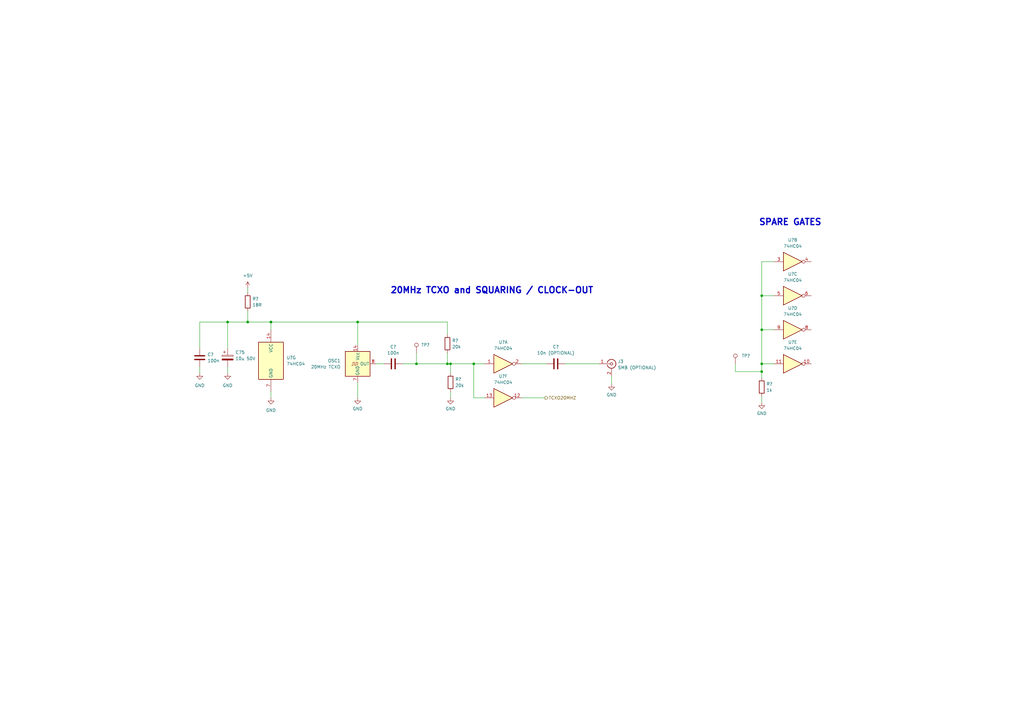
<source format=kicad_sch>
(kicad_sch (version 20211123) (generator eeschema)
  (paper "A3")
  (title_block (title "Datatrak Locator Mk.2 - TCXO") (date "2022-06-29") (rev "A"))
  (lib_symbols
    (symbol "74xx:74HC04"
      (property "Reference" "U" (at 0 1.27 0))
      (property "Value" "74HC04" (at 0 -1.27 0))
      (symbol "74HC04_1_0"
        (polyline (pts (xy -3.81 3.81) (xy -3.81 -3.81) (xy 3.81 0) (xy -3.81 3.81)) (stroke (width 0.254)) (fill (type background)))
        (pin input line (at -7.62 0 0) (length 3.81) (name "~") (number "1"))
        (pin output inverted (at 7.62 0 180) (length 3.81) (name "~") (number "2"))
      )
      (symbol "74HC04_2_0"
        (polyline (pts (xy -3.81 3.81) (xy -3.81 -3.81) (xy 3.81 0) (xy -3.81 3.81)) (stroke (width 0.254)) (fill (type background)))
        (pin input line (at -7.62 0 0) (length 3.81) (name "~") (number "3"))
        (pin output inverted (at 7.62 0 180) (length 3.81) (name "~") (number "4"))
      )
      (symbol "74HC04_3_0"
        (polyline (pts (xy -3.81 3.81) (xy -3.81 -3.81) (xy 3.81 0) (xy -3.81 3.81)) (stroke (width 0.254)) (fill (type background)))
        (pin input line (at -7.62 0 0) (length 3.81) (name "~") (number "5"))
        (pin output inverted (at 7.62 0 180) (length 3.81) (name "~") (number "6"))
      )
      (symbol "74HC04_4_0"
        (polyline (pts (xy -3.81 3.81) (xy -3.81 -3.81) (xy 3.81 0) (xy -3.81 3.81)) (stroke (width 0.254)) (fill (type background)))
        (pin output inverted (at 7.62 0 180) (length 3.81) (name "~") (number "8"))
        (pin input line (at -7.62 0 0) (length 3.81) (name "~") (number "9"))
      )
      (symbol "74HC04_5_0"
        (polyline (pts (xy -3.81 3.81) (xy -3.81 -3.81) (xy 3.81 0) (xy -3.81 3.81)) (stroke (width 0.254)) (fill (type background)))
        (pin output inverted (at 7.62 0 180) (length 3.81) (name "~") (number "10"))
        (pin input line (at -7.62 0 0) (length 3.81) (name "~") (number "11"))
      )
      (symbol "74HC04_6_0"
        (polyline (pts (xy -3.81 3.81) (xy -3.81 -3.81) (xy 3.81 0) (xy -3.81 3.81)) (stroke (width 0.254)) (fill (type background)))
        (pin output inverted (at 7.62 0 180) (length 3.81) (name "~") (number "12"))
        (pin input line (at -7.62 0 0) (length 3.81) (name "~") (number "13"))
      )
      (symbol "74HC04_7_0"
        (pin power_in line (at 0 12.7 270) (length 5.08) (name "VCC") (number "14"))
        (pin power_in line (at 0 -12.7 90) (length 5.08) (name "GND") (number "7"))
      )
      (symbol "74HC04_7_1"
        (rectangle (start -5.08 7.62) (end 5.08 -7.62) (stroke (width 0.254)) (fill (type background)))
      )
    )
    (symbol "Connector:Conn_Coaxial" (pin_names (offset 1.016) hide)
      (property "Reference" "J" (at 0.254 3.048 0))
      (property "Value" "Conn_Coaxial" (at 2.921 0 90))
      (symbol "Conn_Coaxial_0_1"
        (arc (start -1.778 -0.508) (mid 0.2311 -1.8066) (end 1.778 0) (stroke (width 0.254)))
        (polyline (pts (xy -2.54 0) (xy -0.508 0)))
        (polyline (pts (xy 0 -2.54) (xy 0 -1.778)))
        (circle (center 0 0) (radius 0.508) (stroke (width 0.2032)))
        (arc (start 1.778 0) (mid 0.2099 1.8101) (end -1.778 0.508) (stroke (width 0.254)))
      )
      (symbol "Conn_Coaxial_1_1"
        (pin passive line (at -5.08 0 0) (length 2.54) (name "In") (number "1"))
        (pin passive line (at 0 -5.08 90) (length 2.54) (name "Ext") (number "2"))
      )
    )
    (symbol "Connector:TestPoint" (pin_numbers hide) (pin_names (offset 0.762) hide)
      (property "Reference" "TP" (at 0 6.858 0))
      (property "Value" "TestPoint" (at 0 5.08 0))
      (symbol "TestPoint_0_1"
        (circle (center 0 3.302) (radius 0.762))
      )
      (symbol "TestPoint_1_1"
        (pin passive line (at 0 0 90) (length 2.54) (name "1") (number "1"))
      )
    )
    (symbol "Device:C" (pin_numbers hide) (pin_names (offset 0.254))
      (property "Reference" "C" (at 0.635 2.54 0))
      (property "Value" "C" (at 0.635 -2.54 0))
      (symbol "C_0_1"
        (polyline (pts (xy -2.032 -0.762) (xy 2.032 -0.762)) (stroke (width 0.508)))
        (polyline (pts (xy -2.032 0.762) (xy 2.032 0.762)) (stroke (width 0.508)))
      )
      (symbol "C_1_1"
        (pin passive line (at 0 3.81 270) (length 2.794) (name "~") (number "1"))
        (pin passive line (at 0 -3.81 90) (length 2.794) (name "~") (number "2"))
      )
    )
    (symbol "Device:C_Polarized" (pin_numbers hide) (pin_names (offset 0.254))
      (property "Reference" "C" (at 0.635 2.54 0))
      (property "Value" "C_Polarized" (at 0.635 -2.54 0))
      (symbol "C_Polarized_0_1"
        (rectangle (start -2.286 0.508) (end 2.286 1.016))
        (polyline (pts (xy -1.778 2.286) (xy -0.762 2.286)))
        (polyline (pts (xy -1.27 2.794) (xy -1.27 1.778)))
        (rectangle (start 2.286 -0.508) (end -2.286 -1.016) (fill (type outline)))
      )
      (symbol "C_Polarized_1_1"
        (pin passive line (at 0 3.81 270) (length 2.794) (name "~") (number "1"))
        (pin passive line (at 0 -3.81 90) (length 2.794) (name "~") (number "2"))
      )
    )
    (symbol "Device:R" (pin_numbers hide) (pin_names (offset 0))
      (property "Reference" "R" (at 2.032 0 90))
      (property "Value" "R" (at 0 0 90))
      (symbol "R_0_1"
        (rectangle (start -1.016 -2.54) (end 1.016 2.54) (stroke (width 0.254)))
      )
      (symbol "R_1_1"
        (pin passive line (at 0 3.81 270) (length 1.27) (name "~") (number "1"))
        (pin passive line (at 0 -3.81 90) (length 1.27) (name "~") (number "2"))
      )
    )
    (symbol "Oscillator:TCXO-14" (pin_names (offset 0.254))
      (property "Reference" "X" (at -5.08 6.35 0))
      (property "Value" "TCXO-14" (at 1.27 -6.35 0))
      (symbol "TCXO-14_0_1"
        (rectangle (start -5.08 5.08) (end 5.08 -5.08) (stroke (width 0.254)) (fill (type background)))
        (polyline (pts (xy -2.54 -0.635) (xy -1.905 -0.635) (xy -1.905 0.635) (xy -1.27 0.635) (xy -1.27 -0.635) (xy -0.635 -0.635) (xy -0.635 0.635) (xy 0 0.635) (xy 0 -0.635)))
      )
      (symbol "TCXO-14_1_1"
        (pin no_connect line (at -7.62 0 0) (length 2.54) hide (name "NC") (number "1"))
        (pin power_in line (at 0 7.62 270) (length 2.54) (name "Vcc") (number "14"))
        (pin power_in line (at 0 -7.62 90) (length 2.54) (name "GND") (number "7"))
        (pin output line (at 7.62 0 180) (length 2.54) (name "OUT") (number "8"))
      )
    )
    (symbol "power:+5V" (power) (pin_names (offset 0))
      (property "Value" "+5V" (at 0 3.556 0))
      (symbol "+5V_0_1"
        (polyline (pts (xy -0.762 1.27) (xy 0 2.54)))
        (polyline (pts (xy 0 0) (xy 0 2.54)))
        (polyline (pts (xy 0 2.54) (xy 0.762 1.27)))
      )
      (symbol "+5V_1_1"
        (pin power_in line (at 0 0 90) (length 0) hide (name "+5V") (number "1"))
      )
    )
    (symbol "power:GND" (power) (pin_names (offset 0))
      (property "Value" "GND" (at 0 -3.81 0))
      (symbol "GND_0_1"
        (polyline (pts (xy 0 0) (xy 0 -1.27) (xy 1.27 -1.27) (xy 0 -2.54) (xy -1.27 -1.27) (xy 0 -1.27)))
      )
      (symbol "GND_1_1"
        (pin power_in line (at 0 0 270) (length 0) hide (name "GND") (number "1"))
      )
    )
  )
  (junction (at 312.42 135.255))
  (junction (at 101.6 132.08))
  (junction (at 194.31 149.225))
  (junction (at 170.815 149.225))
  (junction (at 312.42 152.4))
  (junction (at 312.42 121.285))
  (junction (at 93.345 132.08))
  (junction (at 184.785 149.225))
  (junction (at 183.515 149.225))
  (junction (at 111.125 132.08))
  (junction (at 312.42 149.225))
  (junction (at 146.685 132.08))
  (wire (pts (xy 184.785 149.225) (xy 184.785 153.035)))
  (wire (pts (xy 312.42 152.4) (xy 312.42 154.94)))
  (wire (pts (xy 301.625 152.4) (xy 312.42 152.4)))
  (wire (pts (xy 184.785 149.225) (xy 183.515 149.225)))
  (wire (pts (xy 111.125 135.255) (xy 111.125 132.08)))
  (wire (pts (xy 312.42 121.285) (xy 312.42 135.255)))
  (wire (pts (xy 146.685 156.845) (xy 146.685 163.195)))
  (wire (pts (xy 154.305 149.225) (xy 157.48 149.225)))
  (wire (pts (xy 312.42 121.285) (xy 317.5 121.285)))
  (wire (pts (xy 184.785 160.655) (xy 184.785 163.195)))
  (wire (pts (xy 250.825 154.305) (xy 250.825 157.48)))
  (wire (pts (xy 111.125 160.655) (xy 111.125 163.195)))
  (wire (pts (xy 194.31 163.195) (xy 194.31 149.225)))
  (wire (pts (xy 213.995 163.195) (xy 223.52 163.195)))
  (wire (pts (xy 93.345 132.08) (xy 93.345 142.875)))
  (wire (pts (xy 194.31 149.225) (xy 198.755 149.225)))
  (wire (pts (xy 317.5 107.315) (xy 312.42 107.315)))
  (wire (pts (xy 312.42 149.225) (xy 317.5 149.225)))
  (wire (pts (xy 81.915 132.08) (xy 81.915 142.875)))
  (wire (pts (xy 184.785 149.225) (xy 194.31 149.225)))
  (wire (pts (xy 170.815 149.225) (xy 170.815 144.78)))
  (wire (pts (xy 312.42 162.56) (xy 312.42 165.1)))
  (wire (pts (xy 312.42 107.315) (xy 312.42 121.285)))
  (wire (pts (xy 165.1 149.225) (xy 170.815 149.225)))
  (wire (pts (xy 81.915 150.495) (xy 81.915 153.035)))
  (wire (pts (xy 101.6 118.11) (xy 101.6 120.015)))
  (wire (pts (xy 170.815 149.225) (xy 183.515 149.225)))
  (wire (pts (xy 183.515 149.225) (xy 183.515 144.78)))
  (wire (pts (xy 146.685 132.08) (xy 146.685 141.605)))
  (wire (pts (xy 301.625 149.225) (xy 301.625 152.4)))
  (wire (pts (xy 312.42 149.225) (xy 312.42 152.4)))
  (wire (pts (xy 101.6 132.08) (xy 111.125 132.08)))
  (wire (pts (xy 312.42 135.255) (xy 312.42 149.225)))
  (wire (pts (xy 93.345 150.495) (xy 93.345 153.035)))
  (wire (pts (xy 231.775 149.225) (xy 245.745 149.225)))
  (wire (pts (xy 146.685 132.08) (xy 183.515 132.08)))
  (wire (pts (xy 198.755 163.195) (xy 194.31 163.195)))
  (wire (pts (xy 312.42 135.255) (xy 317.5 135.255)))
  (wire (pts (xy 183.515 132.08) (xy 183.515 137.16)))
  (wire (pts (xy 111.125 132.08) (xy 146.685 132.08)))
  (wire (pts (xy 81.915 132.08) (xy 93.345 132.08)))
  (wire (pts (xy 101.6 127.635) (xy 101.6 132.08)))
  (wire (pts (xy 213.995 149.225) (xy 224.155 149.225)))
  (wire (pts (xy 93.345 132.08) (xy 101.6 132.08)))
  (text "SPARE GATES" (at 311.15 92.71 0) (effects (font (size 2.54 2.54) (thickness 0.508) bold) (justify left bottom)))
  (text "20MHz TCXO and SQUARING / CLOCK-OUT" (at 160.02 120.65 0) (effects (font (size 2.54 2.54) (thickness 0.508) bold) (justify left bottom)))
  (hierarchical_label "TCXO20MHZ" (shape output) (at 223.52 163.195 0))
  (symbol (lib_id "power:GND") (at 312.42 165.1 0) (unit 1)
    (property "Reference" "#PWR?" (effects hide))
    (property "Value" "GND" (at 312.42 169.545 0))
  )
  (symbol (lib_id "power:GND") (at 81.915 153.035 0) (unit 1)
    (property "Reference" "#PWR?" (effects hide))
    (property "Value" "GND" (at 81.915 158.115 0))
  )
  (symbol (lib_id "power:GND") (at 146.685 163.195 0) (unit 1)
    (property "Reference" "#PWR?" (effects hide))
    (property "Value" "GND" (at 146.685 167.64 0))
  )
  (symbol (lib_id "74xx:74HC04") (at 111.125 147.955 0) (unit 7)
    (property "Reference" "U?" (at 117.475 146.6849 0) (effects (justify left)))
    (property "Value" "74HC04" (at 117.475 149.2249 0) (effects (justify left)))
    (property "Datasheet" "https://assets.nexperia.com/documents/data-sheet/74HC_HCT04.pdf" (effects hide))
  )
  (symbol (lib_id "Device:R") (at 184.785 156.845 0) (unit 1)
    (property "Reference" "R?" (at 186.69 155.5749 0) (effects (justify left)))
    (property "Value" "20k" (at 186.69 158.1149 0) (effects (justify left)))
  )
  (symbol (lib_id "Device:C") (at 227.965 149.225 90) (unit 1)
    (property "Reference" "C?" (at 227.965 142.24 90))
    (property "Value" "10n (OPTIONAL)" (at 227.965 144.78 90))
  )
  (symbol (lib_id "Device:C") (at 161.29 149.225 90) (unit 1)
    (property "Reference" "C?" (at 161.29 142.24 90))
    (property "Value" "100n" (at 161.29 144.78 90))
  )
  (symbol (lib_id "Device:R") (at 101.6 123.825 0) (unit 1)
    (property "Reference" "R?" (at 103.505 122.5549 0) (effects (justify left)))
    (property "Value" "18R" (at 103.505 125.0949 0) (effects (justify left)))
  )
  (symbol (lib_id "Connector:TestPoint") (at 170.815 144.78 0) (unit 1)
    (property "Reference" "TP?" (at 172.72 141.4779 0) (effects (justify left)))
    (property "Value" "TestPoint" (effects hide))
  )
  (symbol (lib_id "power:GND") (at 250.825 157.48 0) (unit 1)
    (property "Reference" "#PWR?" (effects hide))
    (property "Value" "GND" (at 250.825 161.925 0))
  )
  (symbol (lib_id "74xx:74HC04") (at 206.375 149.225 0) (unit 1)
    (property "Reference" "U?" (at 206.375 140.335 0))
    (property "Value" "74HC04" (at 206.375 142.875 0))
    (property "Datasheet" "https://assets.nexperia.com/documents/data-sheet/74HC_HCT04.pdf" (effects hide))
  )
  (symbol (lib_id "Device:R") (at 312.42 158.75 0) (unit 1)
    (property "Reference" "R?" (at 314.325 157.4799 0) (effects (justify left)))
    (property "Value" "1k" (at 314.325 160.0199 0) (effects (justify left)))
  )
  (symbol (lib_id "Device:C") (at 81.915 146.685 0) (unit 1)
    (property "Reference" "C?" (at 85.09 145.4149 0) (effects (justify left)))
    (property "Value" "100n" (at 85.09 147.9549 0) (effects (justify left)))
  )
  (symbol (lib_id "Oscillator:TCXO-14") (at 146.685 149.225 0) (unit 1)
    (property "Reference" "OSC1" (at 139.7 147.9549 0) (effects (justify right)))
    (property "Value" "20MHz TCXO" (at 139.7 150.4949 0) (effects (justify right)))
    (property "Footprint" "Oscillator:Oscillator_DIP-14" (effects hide))
    (property "Datasheet" "http://www.golledge.com/pdf/products/tcxos/gtxos14.pdf" (effects hide))
  )
  (symbol (lib_id "74xx:74HC04") (at 206.375 163.195 0) (unit 6)
    (property "Reference" "U?" (at 206.375 154.305 0))
    (property "Value" "74HC04" (at 206.375 156.845 0))
    (property "Datasheet" "https://assets.nexperia.com/documents/data-sheet/74HC_HCT04.pdf" (effects hide))
  )
  (symbol (lib_id "Device:C_Polarized") (at 93.345 146.685 0) (unit 1)
    (property "Reference" "C75" (at 96.52 144.5259 0) (effects (justify left)))
    (property "Value" "10u 50V" (at 96.52 147.0659 0) (effects (justify left)))
  )
  (symbol (lib_id "Connector:Conn_Coaxial") (at 250.825 149.225 0) (unit 1)
    (property "Reference" "J3" (at 253.365 148.2481 0) (effects (justify left)))
    (property "Value" "SMB (OPTIONAL)" (at 253.365 150.7881 0) (effects (justify left)))
    (property "Datasheet" " ~" (effects hide))
  )
  (symbol (lib_id "74xx:74HC04") (at 325.12 135.255 0) (unit 4)
    (property "Reference" "U?" (at 325.12 126.365 0))
    (property "Value" "74HC04" (at 325.12 128.905 0))
    (property "Datasheet" "https://assets.nexperia.com/documents/data-sheet/74HC_HCT04.pdf" (effects hide))
  )
  (symbol (lib_id "74xx:74HC04") (at 325.12 121.285 0) (unit 3)
    (property "Reference" "U?" (at 325.12 112.395 0))
    (property "Value" "74HC04" (at 325.12 114.935 0))
    (property "Datasheet" "https://assets.nexperia.com/documents/data-sheet/74HC_HCT04.pdf" (effects hide))
  )
  (symbol (lib_id "74xx:74HC04") (at 325.12 107.315 0) (unit 2)
    (property "Reference" "U?" (at 325.12 98.425 0))
    (property "Value" "74HC04" (at 325.12 100.965 0))
    (property "Datasheet" "https://assets.nexperia.com/documents/data-sheet/74HC_HCT04.pdf" (effects hide))
  )
  (symbol (lib_id "power:GND") (at 93.345 153.035 0) (unit 1)
    (property "Reference" "#PWR?" (effects hide))
    (property "Value" "GND" (at 93.345 158.115 0))
  )
  (symbol (lib_id "Connector:TestPoint") (at 301.625 149.225 0) (unit 1)
    (property "Reference" "TP?" (at 304.165 145.9229 0) (effects (justify left)))
    (property "Value" "TestPoint" (effects hide))
  )
  (symbol (lib_id "power:GND") (at 111.125 163.195 0) (unit 1)
    (property "Reference" "#PWR?" (effects hide))
    (property "Value" "GND" (at 111.125 168.275 0))
  )
  (symbol (lib_id "power:GND") (at 184.785 163.195 0) (unit 1)
    (property "Reference" "#PWR?" (effects hide))
    (property "Value" "GND" (at 184.785 167.64 0))
  )
  (symbol (lib_id "74xx:74HC04") (at 325.12 149.225 0) (unit 5)
    (property "Reference" "U?" (at 325.12 140.335 0))
    (property "Value" "74HC04" (at 325.12 142.875 0))
    (property "Datasheet" "https://assets.nexperia.com/documents/data-sheet/74HC_HCT04.pdf" (effects hide))
  )
  (symbol (lib_id "Device:R") (at 183.515 140.97 0) (unit 1)
    (property "Reference" "R?" (at 185.42 139.6999 0) (effects (justify left)))
    (property "Value" "20k" (at 185.42 142.2399 0) (effects (justify left)))
  )
  (symbol (lib_id "power:+5V") (at 101.6 118.11 0) (unit 1)
    (property "Reference" "#PWR?" (effects hide))
    (property "Value" "+5V" (at 101.6 113.03 0))
  )
)
</source>
